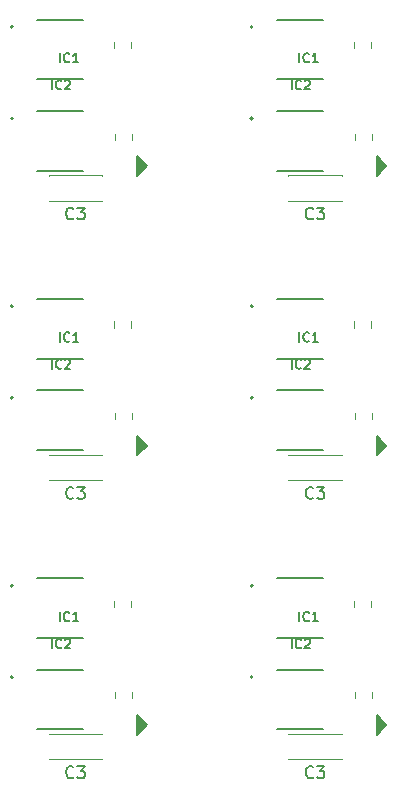
<source format=gbr>
%TF.GenerationSoftware,KiCad,Pcbnew,8.0.4*%
%TF.CreationDate,2024-09-15T23:07:02-03:00*%
%TF.ProjectId,panelized_TB67,70616e65-6c69-47a6-9564-5f544236372e,rev?*%
%TF.SameCoordinates,Original*%
%TF.FileFunction,Legend,Top*%
%TF.FilePolarity,Positive*%
%FSLAX46Y46*%
G04 Gerber Fmt 4.6, Leading zero omitted, Abs format (unit mm)*
G04 Created by KiCad (PCBNEW 8.0.4) date 2024-09-15 23:07:02*
%MOMM*%
%LPD*%
G01*
G04 APERTURE LIST*
%ADD10C,0.200000*%
%ADD11C,0.150000*%
%ADD12C,0.120000*%
%ADD13C,0.127000*%
G04 APERTURE END LIST*
D10*
X164725000Y-97800500D02*
X163900000Y-98625500D01*
X163900000Y-96975500D01*
X164725000Y-97800500D01*
G36*
X164725000Y-97800500D02*
G01*
X163900000Y-98625500D01*
X163900000Y-96975500D01*
X164725000Y-97800500D01*
G37*
X164725000Y-50500500D02*
X163900000Y-51325500D01*
X163900000Y-49675500D01*
X164725000Y-50500500D01*
G36*
X164725000Y-50500500D02*
G01*
X163900000Y-51325500D01*
X163900000Y-49675500D01*
X164725000Y-50500500D01*
G37*
X144425000Y-50500500D02*
X143600000Y-51325500D01*
X143600000Y-49675500D01*
X144425000Y-50500500D01*
G36*
X144425000Y-50500500D02*
G01*
X143600000Y-51325500D01*
X143600000Y-49675500D01*
X144425000Y-50500500D01*
G37*
X144425000Y-97800500D02*
X143600000Y-98625500D01*
X143600000Y-96975500D01*
X144425000Y-97800500D01*
G36*
X144425000Y-97800500D02*
G01*
X143600000Y-98625500D01*
X143600000Y-96975500D01*
X144425000Y-97800500D01*
G37*
X144425000Y-74150500D02*
X143600000Y-74975500D01*
X143600000Y-73325500D01*
X144425000Y-74150500D01*
G36*
X144425000Y-74150500D02*
G01*
X143600000Y-74975500D01*
X143600000Y-73325500D01*
X144425000Y-74150500D01*
G37*
X164725000Y-74150500D02*
X163900000Y-74975500D01*
X163900000Y-73325500D01*
X164725000Y-74150500D01*
G36*
X164725000Y-74150500D02*
G01*
X163900000Y-74975500D01*
X163900000Y-73325500D01*
X164725000Y-74150500D01*
G37*
D11*
X157371345Y-65356967D02*
X157371345Y-64569565D01*
X158196242Y-65281976D02*
X158158747Y-65319472D01*
X158158747Y-65319472D02*
X158046261Y-65356967D01*
X158046261Y-65356967D02*
X157971270Y-65356967D01*
X157971270Y-65356967D02*
X157858784Y-65319472D01*
X157858784Y-65319472D02*
X157783794Y-65244481D01*
X157783794Y-65244481D02*
X157746298Y-65169490D01*
X157746298Y-65169490D02*
X157708803Y-65019509D01*
X157708803Y-65019509D02*
X157708803Y-64907023D01*
X157708803Y-64907023D02*
X157746298Y-64757042D01*
X157746298Y-64757042D02*
X157783794Y-64682051D01*
X157783794Y-64682051D02*
X157858784Y-64607060D01*
X157858784Y-64607060D02*
X157971270Y-64569565D01*
X157971270Y-64569565D02*
X158046261Y-64569565D01*
X158046261Y-64569565D02*
X158158747Y-64607060D01*
X158158747Y-64607060D02*
X158196242Y-64644556D01*
X158946149Y-65356967D02*
X158496205Y-65356967D01*
X158721177Y-65356967D02*
X158721177Y-64569565D01*
X158721177Y-64569565D02*
X158646186Y-64682051D01*
X158646186Y-64682051D02*
X158571196Y-64757042D01*
X158571196Y-64757042D02*
X158496205Y-64794537D01*
X156701345Y-67646967D02*
X156701345Y-66859565D01*
X157526242Y-67571976D02*
X157488747Y-67609472D01*
X157488747Y-67609472D02*
X157376261Y-67646967D01*
X157376261Y-67646967D02*
X157301270Y-67646967D01*
X157301270Y-67646967D02*
X157188784Y-67609472D01*
X157188784Y-67609472D02*
X157113794Y-67534481D01*
X157113794Y-67534481D02*
X157076298Y-67459490D01*
X157076298Y-67459490D02*
X157038803Y-67309509D01*
X157038803Y-67309509D02*
X157038803Y-67197023D01*
X157038803Y-67197023D02*
X157076298Y-67047042D01*
X157076298Y-67047042D02*
X157113794Y-66972051D01*
X157113794Y-66972051D02*
X157188784Y-66897060D01*
X157188784Y-66897060D02*
X157301270Y-66859565D01*
X157301270Y-66859565D02*
X157376261Y-66859565D01*
X157376261Y-66859565D02*
X157488747Y-66897060D01*
X157488747Y-66897060D02*
X157526242Y-66934556D01*
X157826205Y-66934556D02*
X157863700Y-66897060D01*
X157863700Y-66897060D02*
X157938691Y-66859565D01*
X157938691Y-66859565D02*
X158126168Y-66859565D01*
X158126168Y-66859565D02*
X158201158Y-66897060D01*
X158201158Y-66897060D02*
X158238654Y-66934556D01*
X158238654Y-66934556D02*
X158276149Y-67009546D01*
X158276149Y-67009546D02*
X158276149Y-67084537D01*
X158276149Y-67084537D02*
X158238654Y-67197023D01*
X158238654Y-67197023D02*
X157788710Y-67646967D01*
X157788710Y-67646967D02*
X158276149Y-67646967D01*
X156701345Y-91296967D02*
X156701345Y-90509565D01*
X157526242Y-91221976D02*
X157488747Y-91259472D01*
X157488747Y-91259472D02*
X157376261Y-91296967D01*
X157376261Y-91296967D02*
X157301270Y-91296967D01*
X157301270Y-91296967D02*
X157188784Y-91259472D01*
X157188784Y-91259472D02*
X157113794Y-91184481D01*
X157113794Y-91184481D02*
X157076298Y-91109490D01*
X157076298Y-91109490D02*
X157038803Y-90959509D01*
X157038803Y-90959509D02*
X157038803Y-90847023D01*
X157038803Y-90847023D02*
X157076298Y-90697042D01*
X157076298Y-90697042D02*
X157113794Y-90622051D01*
X157113794Y-90622051D02*
X157188784Y-90547060D01*
X157188784Y-90547060D02*
X157301270Y-90509565D01*
X157301270Y-90509565D02*
X157376261Y-90509565D01*
X157376261Y-90509565D02*
X157488747Y-90547060D01*
X157488747Y-90547060D02*
X157526242Y-90584556D01*
X157826205Y-90584556D02*
X157863700Y-90547060D01*
X157863700Y-90547060D02*
X157938691Y-90509565D01*
X157938691Y-90509565D02*
X158126168Y-90509565D01*
X158126168Y-90509565D02*
X158201158Y-90547060D01*
X158201158Y-90547060D02*
X158238654Y-90584556D01*
X158238654Y-90584556D02*
X158276149Y-90659546D01*
X158276149Y-90659546D02*
X158276149Y-90734537D01*
X158276149Y-90734537D02*
X158238654Y-90847023D01*
X158238654Y-90847023D02*
X157788710Y-91296967D01*
X157788710Y-91296967D02*
X158276149Y-91296967D01*
X157371345Y-41706967D02*
X157371345Y-40919565D01*
X158196242Y-41631976D02*
X158158747Y-41669472D01*
X158158747Y-41669472D02*
X158046261Y-41706967D01*
X158046261Y-41706967D02*
X157971270Y-41706967D01*
X157971270Y-41706967D02*
X157858784Y-41669472D01*
X157858784Y-41669472D02*
X157783794Y-41594481D01*
X157783794Y-41594481D02*
X157746298Y-41519490D01*
X157746298Y-41519490D02*
X157708803Y-41369509D01*
X157708803Y-41369509D02*
X157708803Y-41257023D01*
X157708803Y-41257023D02*
X157746298Y-41107042D01*
X157746298Y-41107042D02*
X157783794Y-41032051D01*
X157783794Y-41032051D02*
X157858784Y-40957060D01*
X157858784Y-40957060D02*
X157971270Y-40919565D01*
X157971270Y-40919565D02*
X158046261Y-40919565D01*
X158046261Y-40919565D02*
X158158747Y-40957060D01*
X158158747Y-40957060D02*
X158196242Y-40994556D01*
X158946149Y-41706967D02*
X158496205Y-41706967D01*
X158721177Y-41706967D02*
X158721177Y-40919565D01*
X158721177Y-40919565D02*
X158646186Y-41032051D01*
X158646186Y-41032051D02*
X158571196Y-41107042D01*
X158571196Y-41107042D02*
X158496205Y-41144537D01*
X158533333Y-54910080D02*
X158485714Y-54957700D01*
X158485714Y-54957700D02*
X158342857Y-55005319D01*
X158342857Y-55005319D02*
X158247619Y-55005319D01*
X158247619Y-55005319D02*
X158104762Y-54957700D01*
X158104762Y-54957700D02*
X158009524Y-54862461D01*
X158009524Y-54862461D02*
X157961905Y-54767223D01*
X157961905Y-54767223D02*
X157914286Y-54576747D01*
X157914286Y-54576747D02*
X157914286Y-54433890D01*
X157914286Y-54433890D02*
X157961905Y-54243414D01*
X157961905Y-54243414D02*
X158009524Y-54148176D01*
X158009524Y-54148176D02*
X158104762Y-54052938D01*
X158104762Y-54052938D02*
X158247619Y-54005319D01*
X158247619Y-54005319D02*
X158342857Y-54005319D01*
X158342857Y-54005319D02*
X158485714Y-54052938D01*
X158485714Y-54052938D02*
X158533333Y-54100557D01*
X158866667Y-54005319D02*
X159485714Y-54005319D01*
X159485714Y-54005319D02*
X159152381Y-54386271D01*
X159152381Y-54386271D02*
X159295238Y-54386271D01*
X159295238Y-54386271D02*
X159390476Y-54433890D01*
X159390476Y-54433890D02*
X159438095Y-54481509D01*
X159438095Y-54481509D02*
X159485714Y-54576747D01*
X159485714Y-54576747D02*
X159485714Y-54814842D01*
X159485714Y-54814842D02*
X159438095Y-54910080D01*
X159438095Y-54910080D02*
X159390476Y-54957700D01*
X159390476Y-54957700D02*
X159295238Y-55005319D01*
X159295238Y-55005319D02*
X159009524Y-55005319D01*
X159009524Y-55005319D02*
X158914286Y-54957700D01*
X158914286Y-54957700D02*
X158866667Y-54910080D01*
X136401345Y-43996967D02*
X136401345Y-43209565D01*
X137226242Y-43921976D02*
X137188747Y-43959472D01*
X137188747Y-43959472D02*
X137076261Y-43996967D01*
X137076261Y-43996967D02*
X137001270Y-43996967D01*
X137001270Y-43996967D02*
X136888784Y-43959472D01*
X136888784Y-43959472D02*
X136813794Y-43884481D01*
X136813794Y-43884481D02*
X136776298Y-43809490D01*
X136776298Y-43809490D02*
X136738803Y-43659509D01*
X136738803Y-43659509D02*
X136738803Y-43547023D01*
X136738803Y-43547023D02*
X136776298Y-43397042D01*
X136776298Y-43397042D02*
X136813794Y-43322051D01*
X136813794Y-43322051D02*
X136888784Y-43247060D01*
X136888784Y-43247060D02*
X137001270Y-43209565D01*
X137001270Y-43209565D02*
X137076261Y-43209565D01*
X137076261Y-43209565D02*
X137188747Y-43247060D01*
X137188747Y-43247060D02*
X137226242Y-43284556D01*
X137526205Y-43284556D02*
X137563700Y-43247060D01*
X137563700Y-43247060D02*
X137638691Y-43209565D01*
X137638691Y-43209565D02*
X137826168Y-43209565D01*
X137826168Y-43209565D02*
X137901158Y-43247060D01*
X137901158Y-43247060D02*
X137938654Y-43284556D01*
X137938654Y-43284556D02*
X137976149Y-43359546D01*
X137976149Y-43359546D02*
X137976149Y-43434537D01*
X137976149Y-43434537D02*
X137938654Y-43547023D01*
X137938654Y-43547023D02*
X137488710Y-43996967D01*
X137488710Y-43996967D02*
X137976149Y-43996967D01*
X136401345Y-67646967D02*
X136401345Y-66859565D01*
X137226242Y-67571976D02*
X137188747Y-67609472D01*
X137188747Y-67609472D02*
X137076261Y-67646967D01*
X137076261Y-67646967D02*
X137001270Y-67646967D01*
X137001270Y-67646967D02*
X136888784Y-67609472D01*
X136888784Y-67609472D02*
X136813794Y-67534481D01*
X136813794Y-67534481D02*
X136776298Y-67459490D01*
X136776298Y-67459490D02*
X136738803Y-67309509D01*
X136738803Y-67309509D02*
X136738803Y-67197023D01*
X136738803Y-67197023D02*
X136776298Y-67047042D01*
X136776298Y-67047042D02*
X136813794Y-66972051D01*
X136813794Y-66972051D02*
X136888784Y-66897060D01*
X136888784Y-66897060D02*
X137001270Y-66859565D01*
X137001270Y-66859565D02*
X137076261Y-66859565D01*
X137076261Y-66859565D02*
X137188747Y-66897060D01*
X137188747Y-66897060D02*
X137226242Y-66934556D01*
X137526205Y-66934556D02*
X137563700Y-66897060D01*
X137563700Y-66897060D02*
X137638691Y-66859565D01*
X137638691Y-66859565D02*
X137826168Y-66859565D01*
X137826168Y-66859565D02*
X137901158Y-66897060D01*
X137901158Y-66897060D02*
X137938654Y-66934556D01*
X137938654Y-66934556D02*
X137976149Y-67009546D01*
X137976149Y-67009546D02*
X137976149Y-67084537D01*
X137976149Y-67084537D02*
X137938654Y-67197023D01*
X137938654Y-67197023D02*
X137488710Y-67646967D01*
X137488710Y-67646967D02*
X137976149Y-67646967D01*
X136401345Y-91296967D02*
X136401345Y-90509565D01*
X137226242Y-91221976D02*
X137188747Y-91259472D01*
X137188747Y-91259472D02*
X137076261Y-91296967D01*
X137076261Y-91296967D02*
X137001270Y-91296967D01*
X137001270Y-91296967D02*
X136888784Y-91259472D01*
X136888784Y-91259472D02*
X136813794Y-91184481D01*
X136813794Y-91184481D02*
X136776298Y-91109490D01*
X136776298Y-91109490D02*
X136738803Y-90959509D01*
X136738803Y-90959509D02*
X136738803Y-90847023D01*
X136738803Y-90847023D02*
X136776298Y-90697042D01*
X136776298Y-90697042D02*
X136813794Y-90622051D01*
X136813794Y-90622051D02*
X136888784Y-90547060D01*
X136888784Y-90547060D02*
X137001270Y-90509565D01*
X137001270Y-90509565D02*
X137076261Y-90509565D01*
X137076261Y-90509565D02*
X137188747Y-90547060D01*
X137188747Y-90547060D02*
X137226242Y-90584556D01*
X137526205Y-90584556D02*
X137563700Y-90547060D01*
X137563700Y-90547060D02*
X137638691Y-90509565D01*
X137638691Y-90509565D02*
X137826168Y-90509565D01*
X137826168Y-90509565D02*
X137901158Y-90547060D01*
X137901158Y-90547060D02*
X137938654Y-90584556D01*
X137938654Y-90584556D02*
X137976149Y-90659546D01*
X137976149Y-90659546D02*
X137976149Y-90734537D01*
X137976149Y-90734537D02*
X137938654Y-90847023D01*
X137938654Y-90847023D02*
X137488710Y-91296967D01*
X137488710Y-91296967D02*
X137976149Y-91296967D01*
X138233333Y-54910080D02*
X138185714Y-54957700D01*
X138185714Y-54957700D02*
X138042857Y-55005319D01*
X138042857Y-55005319D02*
X137947619Y-55005319D01*
X137947619Y-55005319D02*
X137804762Y-54957700D01*
X137804762Y-54957700D02*
X137709524Y-54862461D01*
X137709524Y-54862461D02*
X137661905Y-54767223D01*
X137661905Y-54767223D02*
X137614286Y-54576747D01*
X137614286Y-54576747D02*
X137614286Y-54433890D01*
X137614286Y-54433890D02*
X137661905Y-54243414D01*
X137661905Y-54243414D02*
X137709524Y-54148176D01*
X137709524Y-54148176D02*
X137804762Y-54052938D01*
X137804762Y-54052938D02*
X137947619Y-54005319D01*
X137947619Y-54005319D02*
X138042857Y-54005319D01*
X138042857Y-54005319D02*
X138185714Y-54052938D01*
X138185714Y-54052938D02*
X138233333Y-54100557D01*
X138566667Y-54005319D02*
X139185714Y-54005319D01*
X139185714Y-54005319D02*
X138852381Y-54386271D01*
X138852381Y-54386271D02*
X138995238Y-54386271D01*
X138995238Y-54386271D02*
X139090476Y-54433890D01*
X139090476Y-54433890D02*
X139138095Y-54481509D01*
X139138095Y-54481509D02*
X139185714Y-54576747D01*
X139185714Y-54576747D02*
X139185714Y-54814842D01*
X139185714Y-54814842D02*
X139138095Y-54910080D01*
X139138095Y-54910080D02*
X139090476Y-54957700D01*
X139090476Y-54957700D02*
X138995238Y-55005319D01*
X138995238Y-55005319D02*
X138709524Y-55005319D01*
X138709524Y-55005319D02*
X138614286Y-54957700D01*
X138614286Y-54957700D02*
X138566667Y-54910080D01*
X157371345Y-89006967D02*
X157371345Y-88219565D01*
X158196242Y-88931976D02*
X158158747Y-88969472D01*
X158158747Y-88969472D02*
X158046261Y-89006967D01*
X158046261Y-89006967D02*
X157971270Y-89006967D01*
X157971270Y-89006967D02*
X157858784Y-88969472D01*
X157858784Y-88969472D02*
X157783794Y-88894481D01*
X157783794Y-88894481D02*
X157746298Y-88819490D01*
X157746298Y-88819490D02*
X157708803Y-88669509D01*
X157708803Y-88669509D02*
X157708803Y-88557023D01*
X157708803Y-88557023D02*
X157746298Y-88407042D01*
X157746298Y-88407042D02*
X157783794Y-88332051D01*
X157783794Y-88332051D02*
X157858784Y-88257060D01*
X157858784Y-88257060D02*
X157971270Y-88219565D01*
X157971270Y-88219565D02*
X158046261Y-88219565D01*
X158046261Y-88219565D02*
X158158747Y-88257060D01*
X158158747Y-88257060D02*
X158196242Y-88294556D01*
X158946149Y-89006967D02*
X158496205Y-89006967D01*
X158721177Y-89006967D02*
X158721177Y-88219565D01*
X158721177Y-88219565D02*
X158646186Y-88332051D01*
X158646186Y-88332051D02*
X158571196Y-88407042D01*
X158571196Y-88407042D02*
X158496205Y-88444537D01*
X137071345Y-65356967D02*
X137071345Y-64569565D01*
X137896242Y-65281976D02*
X137858747Y-65319472D01*
X137858747Y-65319472D02*
X137746261Y-65356967D01*
X137746261Y-65356967D02*
X137671270Y-65356967D01*
X137671270Y-65356967D02*
X137558784Y-65319472D01*
X137558784Y-65319472D02*
X137483794Y-65244481D01*
X137483794Y-65244481D02*
X137446298Y-65169490D01*
X137446298Y-65169490D02*
X137408803Y-65019509D01*
X137408803Y-65019509D02*
X137408803Y-64907023D01*
X137408803Y-64907023D02*
X137446298Y-64757042D01*
X137446298Y-64757042D02*
X137483794Y-64682051D01*
X137483794Y-64682051D02*
X137558784Y-64607060D01*
X137558784Y-64607060D02*
X137671270Y-64569565D01*
X137671270Y-64569565D02*
X137746261Y-64569565D01*
X137746261Y-64569565D02*
X137858747Y-64607060D01*
X137858747Y-64607060D02*
X137896242Y-64644556D01*
X138646149Y-65356967D02*
X138196205Y-65356967D01*
X138421177Y-65356967D02*
X138421177Y-64569565D01*
X138421177Y-64569565D02*
X138346186Y-64682051D01*
X138346186Y-64682051D02*
X138271196Y-64757042D01*
X138271196Y-64757042D02*
X138196205Y-64794537D01*
X137071345Y-41706967D02*
X137071345Y-40919565D01*
X137896242Y-41631976D02*
X137858747Y-41669472D01*
X137858747Y-41669472D02*
X137746261Y-41706967D01*
X137746261Y-41706967D02*
X137671270Y-41706967D01*
X137671270Y-41706967D02*
X137558784Y-41669472D01*
X137558784Y-41669472D02*
X137483794Y-41594481D01*
X137483794Y-41594481D02*
X137446298Y-41519490D01*
X137446298Y-41519490D02*
X137408803Y-41369509D01*
X137408803Y-41369509D02*
X137408803Y-41257023D01*
X137408803Y-41257023D02*
X137446298Y-41107042D01*
X137446298Y-41107042D02*
X137483794Y-41032051D01*
X137483794Y-41032051D02*
X137558784Y-40957060D01*
X137558784Y-40957060D02*
X137671270Y-40919565D01*
X137671270Y-40919565D02*
X137746261Y-40919565D01*
X137746261Y-40919565D02*
X137858747Y-40957060D01*
X137858747Y-40957060D02*
X137896242Y-40994556D01*
X138646149Y-41706967D02*
X138196205Y-41706967D01*
X138421177Y-41706967D02*
X138421177Y-40919565D01*
X138421177Y-40919565D02*
X138346186Y-41032051D01*
X138346186Y-41032051D02*
X138271196Y-41107042D01*
X138271196Y-41107042D02*
X138196205Y-41144537D01*
X138233333Y-102210080D02*
X138185714Y-102257700D01*
X138185714Y-102257700D02*
X138042857Y-102305319D01*
X138042857Y-102305319D02*
X137947619Y-102305319D01*
X137947619Y-102305319D02*
X137804762Y-102257700D01*
X137804762Y-102257700D02*
X137709524Y-102162461D01*
X137709524Y-102162461D02*
X137661905Y-102067223D01*
X137661905Y-102067223D02*
X137614286Y-101876747D01*
X137614286Y-101876747D02*
X137614286Y-101733890D01*
X137614286Y-101733890D02*
X137661905Y-101543414D01*
X137661905Y-101543414D02*
X137709524Y-101448176D01*
X137709524Y-101448176D02*
X137804762Y-101352938D01*
X137804762Y-101352938D02*
X137947619Y-101305319D01*
X137947619Y-101305319D02*
X138042857Y-101305319D01*
X138042857Y-101305319D02*
X138185714Y-101352938D01*
X138185714Y-101352938D02*
X138233333Y-101400557D01*
X138566667Y-101305319D02*
X139185714Y-101305319D01*
X139185714Y-101305319D02*
X138852381Y-101686271D01*
X138852381Y-101686271D02*
X138995238Y-101686271D01*
X138995238Y-101686271D02*
X139090476Y-101733890D01*
X139090476Y-101733890D02*
X139138095Y-101781509D01*
X139138095Y-101781509D02*
X139185714Y-101876747D01*
X139185714Y-101876747D02*
X139185714Y-102114842D01*
X139185714Y-102114842D02*
X139138095Y-102210080D01*
X139138095Y-102210080D02*
X139090476Y-102257700D01*
X139090476Y-102257700D02*
X138995238Y-102305319D01*
X138995238Y-102305319D02*
X138709524Y-102305319D01*
X138709524Y-102305319D02*
X138614286Y-102257700D01*
X138614286Y-102257700D02*
X138566667Y-102210080D01*
X137071345Y-89006967D02*
X137071345Y-88219565D01*
X137896242Y-88931976D02*
X137858747Y-88969472D01*
X137858747Y-88969472D02*
X137746261Y-89006967D01*
X137746261Y-89006967D02*
X137671270Y-89006967D01*
X137671270Y-89006967D02*
X137558784Y-88969472D01*
X137558784Y-88969472D02*
X137483794Y-88894481D01*
X137483794Y-88894481D02*
X137446298Y-88819490D01*
X137446298Y-88819490D02*
X137408803Y-88669509D01*
X137408803Y-88669509D02*
X137408803Y-88557023D01*
X137408803Y-88557023D02*
X137446298Y-88407042D01*
X137446298Y-88407042D02*
X137483794Y-88332051D01*
X137483794Y-88332051D02*
X137558784Y-88257060D01*
X137558784Y-88257060D02*
X137671270Y-88219565D01*
X137671270Y-88219565D02*
X137746261Y-88219565D01*
X137746261Y-88219565D02*
X137858747Y-88257060D01*
X137858747Y-88257060D02*
X137896242Y-88294556D01*
X138646149Y-89006967D02*
X138196205Y-89006967D01*
X138421177Y-89006967D02*
X138421177Y-88219565D01*
X138421177Y-88219565D02*
X138346186Y-88332051D01*
X138346186Y-88332051D02*
X138271196Y-88407042D01*
X138271196Y-88407042D02*
X138196205Y-88444537D01*
X156701345Y-43996967D02*
X156701345Y-43209565D01*
X157526242Y-43921976D02*
X157488747Y-43959472D01*
X157488747Y-43959472D02*
X157376261Y-43996967D01*
X157376261Y-43996967D02*
X157301270Y-43996967D01*
X157301270Y-43996967D02*
X157188784Y-43959472D01*
X157188784Y-43959472D02*
X157113794Y-43884481D01*
X157113794Y-43884481D02*
X157076298Y-43809490D01*
X157076298Y-43809490D02*
X157038803Y-43659509D01*
X157038803Y-43659509D02*
X157038803Y-43547023D01*
X157038803Y-43547023D02*
X157076298Y-43397042D01*
X157076298Y-43397042D02*
X157113794Y-43322051D01*
X157113794Y-43322051D02*
X157188784Y-43247060D01*
X157188784Y-43247060D02*
X157301270Y-43209565D01*
X157301270Y-43209565D02*
X157376261Y-43209565D01*
X157376261Y-43209565D02*
X157488747Y-43247060D01*
X157488747Y-43247060D02*
X157526242Y-43284556D01*
X157826205Y-43284556D02*
X157863700Y-43247060D01*
X157863700Y-43247060D02*
X157938691Y-43209565D01*
X157938691Y-43209565D02*
X158126168Y-43209565D01*
X158126168Y-43209565D02*
X158201158Y-43247060D01*
X158201158Y-43247060D02*
X158238654Y-43284556D01*
X158238654Y-43284556D02*
X158276149Y-43359546D01*
X158276149Y-43359546D02*
X158276149Y-43434537D01*
X158276149Y-43434537D02*
X158238654Y-43547023D01*
X158238654Y-43547023D02*
X157788710Y-43996967D01*
X157788710Y-43996967D02*
X158276149Y-43996967D01*
X158533333Y-78560080D02*
X158485714Y-78607700D01*
X158485714Y-78607700D02*
X158342857Y-78655319D01*
X158342857Y-78655319D02*
X158247619Y-78655319D01*
X158247619Y-78655319D02*
X158104762Y-78607700D01*
X158104762Y-78607700D02*
X158009524Y-78512461D01*
X158009524Y-78512461D02*
X157961905Y-78417223D01*
X157961905Y-78417223D02*
X157914286Y-78226747D01*
X157914286Y-78226747D02*
X157914286Y-78083890D01*
X157914286Y-78083890D02*
X157961905Y-77893414D01*
X157961905Y-77893414D02*
X158009524Y-77798176D01*
X158009524Y-77798176D02*
X158104762Y-77702938D01*
X158104762Y-77702938D02*
X158247619Y-77655319D01*
X158247619Y-77655319D02*
X158342857Y-77655319D01*
X158342857Y-77655319D02*
X158485714Y-77702938D01*
X158485714Y-77702938D02*
X158533333Y-77750557D01*
X158866667Y-77655319D02*
X159485714Y-77655319D01*
X159485714Y-77655319D02*
X159152381Y-78036271D01*
X159152381Y-78036271D02*
X159295238Y-78036271D01*
X159295238Y-78036271D02*
X159390476Y-78083890D01*
X159390476Y-78083890D02*
X159438095Y-78131509D01*
X159438095Y-78131509D02*
X159485714Y-78226747D01*
X159485714Y-78226747D02*
X159485714Y-78464842D01*
X159485714Y-78464842D02*
X159438095Y-78560080D01*
X159438095Y-78560080D02*
X159390476Y-78607700D01*
X159390476Y-78607700D02*
X159295238Y-78655319D01*
X159295238Y-78655319D02*
X159009524Y-78655319D01*
X159009524Y-78655319D02*
X158914286Y-78607700D01*
X158914286Y-78607700D02*
X158866667Y-78560080D01*
X158533333Y-102210080D02*
X158485714Y-102257700D01*
X158485714Y-102257700D02*
X158342857Y-102305319D01*
X158342857Y-102305319D02*
X158247619Y-102305319D01*
X158247619Y-102305319D02*
X158104762Y-102257700D01*
X158104762Y-102257700D02*
X158009524Y-102162461D01*
X158009524Y-102162461D02*
X157961905Y-102067223D01*
X157961905Y-102067223D02*
X157914286Y-101876747D01*
X157914286Y-101876747D02*
X157914286Y-101733890D01*
X157914286Y-101733890D02*
X157961905Y-101543414D01*
X157961905Y-101543414D02*
X158009524Y-101448176D01*
X158009524Y-101448176D02*
X158104762Y-101352938D01*
X158104762Y-101352938D02*
X158247619Y-101305319D01*
X158247619Y-101305319D02*
X158342857Y-101305319D01*
X158342857Y-101305319D02*
X158485714Y-101352938D01*
X158485714Y-101352938D02*
X158533333Y-101400557D01*
X158866667Y-101305319D02*
X159485714Y-101305319D01*
X159485714Y-101305319D02*
X159152381Y-101686271D01*
X159152381Y-101686271D02*
X159295238Y-101686271D01*
X159295238Y-101686271D02*
X159390476Y-101733890D01*
X159390476Y-101733890D02*
X159438095Y-101781509D01*
X159438095Y-101781509D02*
X159485714Y-101876747D01*
X159485714Y-101876747D02*
X159485714Y-102114842D01*
X159485714Y-102114842D02*
X159438095Y-102210080D01*
X159438095Y-102210080D02*
X159390476Y-102257700D01*
X159390476Y-102257700D02*
X159295238Y-102305319D01*
X159295238Y-102305319D02*
X159009524Y-102305319D01*
X159009524Y-102305319D02*
X158914286Y-102257700D01*
X158914286Y-102257700D02*
X158866667Y-102210080D01*
X138233333Y-78560080D02*
X138185714Y-78607700D01*
X138185714Y-78607700D02*
X138042857Y-78655319D01*
X138042857Y-78655319D02*
X137947619Y-78655319D01*
X137947619Y-78655319D02*
X137804762Y-78607700D01*
X137804762Y-78607700D02*
X137709524Y-78512461D01*
X137709524Y-78512461D02*
X137661905Y-78417223D01*
X137661905Y-78417223D02*
X137614286Y-78226747D01*
X137614286Y-78226747D02*
X137614286Y-78083890D01*
X137614286Y-78083890D02*
X137661905Y-77893414D01*
X137661905Y-77893414D02*
X137709524Y-77798176D01*
X137709524Y-77798176D02*
X137804762Y-77702938D01*
X137804762Y-77702938D02*
X137947619Y-77655319D01*
X137947619Y-77655319D02*
X138042857Y-77655319D01*
X138042857Y-77655319D02*
X138185714Y-77702938D01*
X138185714Y-77702938D02*
X138233333Y-77750557D01*
X138566667Y-77655319D02*
X139185714Y-77655319D01*
X139185714Y-77655319D02*
X138852381Y-78036271D01*
X138852381Y-78036271D02*
X138995238Y-78036271D01*
X138995238Y-78036271D02*
X139090476Y-78083890D01*
X139090476Y-78083890D02*
X139138095Y-78131509D01*
X139138095Y-78131509D02*
X139185714Y-78226747D01*
X139185714Y-78226747D02*
X139185714Y-78464842D01*
X139185714Y-78464842D02*
X139138095Y-78560080D01*
X139138095Y-78560080D02*
X139090476Y-78607700D01*
X139090476Y-78607700D02*
X138995238Y-78655319D01*
X138995238Y-78655319D02*
X138709524Y-78655319D01*
X138709524Y-78655319D02*
X138614286Y-78607700D01*
X138614286Y-78607700D02*
X138566667Y-78560080D01*
D12*
%TO.C,C2*%
X141665000Y-64161752D02*
X141665000Y-63639248D01*
X143135000Y-64161752D02*
X143135000Y-63639248D01*
D13*
%TO.C,IC1*%
X155470000Y-69480500D02*
X159370000Y-69480500D01*
X155470000Y-74530500D02*
X159370000Y-74530500D01*
D10*
X153420000Y-70100500D02*
G75*
G02*
X153220000Y-70100500I-100000J0D01*
G01*
X153220000Y-70100500D02*
G75*
G02*
X153420000Y-70100500I100000J0D01*
G01*
D12*
%TO.C,C2*%
X161965000Y-64161752D02*
X161965000Y-63639248D01*
X163435000Y-64161752D02*
X163435000Y-63639248D01*
D13*
%TO.C,IC2*%
X155470000Y-61740500D02*
X159370000Y-61740500D01*
X155470000Y-66790500D02*
X159370000Y-66790500D01*
D10*
X153420000Y-62360500D02*
G75*
G02*
X153220000Y-62360500I-100000J0D01*
G01*
X153220000Y-62360500D02*
G75*
G02*
X153420000Y-62360500I100000J0D01*
G01*
D13*
X155470000Y-85390500D02*
X159370000Y-85390500D01*
X155470000Y-90440500D02*
X159370000Y-90440500D01*
D10*
X153420000Y-86010500D02*
G75*
G02*
X153220000Y-86010500I-100000J0D01*
G01*
X153220000Y-86010500D02*
G75*
G02*
X153420000Y-86010500I100000J0D01*
G01*
D13*
%TO.C,IC1*%
X155470000Y-45830500D02*
X159370000Y-45830500D01*
X155470000Y-50880500D02*
X159370000Y-50880500D01*
D10*
X153420000Y-46450500D02*
G75*
G02*
X153220000Y-46450500I-100000J0D01*
G01*
X153220000Y-46450500D02*
G75*
G02*
X153420000Y-46450500I100000J0D01*
G01*
D12*
%TO.C,C1*%
X141765000Y-95561752D02*
X141765000Y-95039248D01*
X143235000Y-95561752D02*
X143235000Y-95039248D01*
%TO.C,C2*%
X141665000Y-87811752D02*
X141665000Y-87289248D01*
X143135000Y-87811752D02*
X143135000Y-87289248D01*
%TO.C,C3*%
X156430000Y-51295500D02*
X156430000Y-51280500D01*
X156430000Y-53420500D02*
X156430000Y-53405500D01*
X160970000Y-51280500D02*
X156430000Y-51280500D01*
X160970000Y-51295500D02*
X160970000Y-51280500D01*
X160970000Y-53420500D02*
X156430000Y-53420500D01*
X160970000Y-53420500D02*
X160970000Y-53405500D01*
%TO.C,C1*%
X141765000Y-71911752D02*
X141765000Y-71389248D01*
X143235000Y-71911752D02*
X143235000Y-71389248D01*
D13*
%TO.C,IC2*%
X135170000Y-38090500D02*
X139070000Y-38090500D01*
X135170000Y-43140500D02*
X139070000Y-43140500D01*
D10*
X133120000Y-38710500D02*
G75*
G02*
X132920000Y-38710500I-100000J0D01*
G01*
X132920000Y-38710500D02*
G75*
G02*
X133120000Y-38710500I100000J0D01*
G01*
D13*
X135170000Y-61740500D02*
X139070000Y-61740500D01*
X135170000Y-66790500D02*
X139070000Y-66790500D01*
D10*
X133120000Y-62360500D02*
G75*
G02*
X132920000Y-62360500I-100000J0D01*
G01*
X132920000Y-62360500D02*
G75*
G02*
X133120000Y-62360500I100000J0D01*
G01*
D12*
%TO.C,C1*%
X162065000Y-71911752D02*
X162065000Y-71389248D01*
X163535000Y-71911752D02*
X163535000Y-71389248D01*
D13*
%TO.C,IC2*%
X135170000Y-85390500D02*
X139070000Y-85390500D01*
X135170000Y-90440500D02*
X139070000Y-90440500D01*
D10*
X133120000Y-86010500D02*
G75*
G02*
X132920000Y-86010500I-100000J0D01*
G01*
X132920000Y-86010500D02*
G75*
G02*
X133120000Y-86010500I100000J0D01*
G01*
D12*
%TO.C,C2*%
X161965000Y-87811752D02*
X161965000Y-87289248D01*
X163435000Y-87811752D02*
X163435000Y-87289248D01*
%TO.C,C3*%
X136130000Y-51295500D02*
X136130000Y-51280500D01*
X136130000Y-53420500D02*
X136130000Y-53405500D01*
X140670000Y-51280500D02*
X136130000Y-51280500D01*
X140670000Y-51295500D02*
X140670000Y-51280500D01*
X140670000Y-53420500D02*
X136130000Y-53420500D01*
X140670000Y-53420500D02*
X140670000Y-53405500D01*
%TO.C,C1*%
X162065000Y-48261752D02*
X162065000Y-47739248D01*
X163535000Y-48261752D02*
X163535000Y-47739248D01*
X162065000Y-95561752D02*
X162065000Y-95039248D01*
X163535000Y-95561752D02*
X163535000Y-95039248D01*
X141765000Y-48261752D02*
X141765000Y-47739248D01*
X143235000Y-48261752D02*
X143235000Y-47739248D01*
D13*
%TO.C,IC1*%
X155470000Y-93130500D02*
X159370000Y-93130500D01*
X155470000Y-98180500D02*
X159370000Y-98180500D01*
D10*
X153420000Y-93750500D02*
G75*
G02*
X153220000Y-93750500I-100000J0D01*
G01*
X153220000Y-93750500D02*
G75*
G02*
X153420000Y-93750500I100000J0D01*
G01*
D13*
X135170000Y-69480500D02*
X139070000Y-69480500D01*
X135170000Y-74530500D02*
X139070000Y-74530500D01*
D10*
X133120000Y-70100500D02*
G75*
G02*
X132920000Y-70100500I-100000J0D01*
G01*
X132920000Y-70100500D02*
G75*
G02*
X133120000Y-70100500I100000J0D01*
G01*
D13*
X135170000Y-45830500D02*
X139070000Y-45830500D01*
X135170000Y-50880500D02*
X139070000Y-50880500D01*
D10*
X133120000Y-46450500D02*
G75*
G02*
X132920000Y-46450500I-100000J0D01*
G01*
X132920000Y-46450500D02*
G75*
G02*
X133120000Y-46450500I100000J0D01*
G01*
D12*
%TO.C,C3*%
X136130000Y-98595500D02*
X136130000Y-98580500D01*
X136130000Y-100720500D02*
X136130000Y-100705500D01*
X140670000Y-98580500D02*
X136130000Y-98580500D01*
X140670000Y-98595500D02*
X140670000Y-98580500D01*
X140670000Y-100720500D02*
X136130000Y-100720500D01*
X140670000Y-100720500D02*
X140670000Y-100705500D01*
D13*
%TO.C,IC1*%
X135170000Y-93130500D02*
X139070000Y-93130500D01*
X135170000Y-98180500D02*
X139070000Y-98180500D01*
D10*
X133120000Y-93750500D02*
G75*
G02*
X132920000Y-93750500I-100000J0D01*
G01*
X132920000Y-93750500D02*
G75*
G02*
X133120000Y-93750500I100000J0D01*
G01*
D13*
%TO.C,IC2*%
X155470000Y-38090500D02*
X159370000Y-38090500D01*
X155470000Y-43140500D02*
X159370000Y-43140500D01*
D10*
X153420000Y-38710500D02*
G75*
G02*
X153220000Y-38710500I-100000J0D01*
G01*
X153220000Y-38710500D02*
G75*
G02*
X153420000Y-38710500I100000J0D01*
G01*
D12*
%TO.C,C3*%
X156430000Y-74945500D02*
X156430000Y-74930500D01*
X156430000Y-77070500D02*
X156430000Y-77055500D01*
X160970000Y-74930500D02*
X156430000Y-74930500D01*
X160970000Y-74945500D02*
X160970000Y-74930500D01*
X160970000Y-77070500D02*
X156430000Y-77070500D01*
X160970000Y-77070500D02*
X160970000Y-77055500D01*
%TO.C,C2*%
X161965000Y-40511752D02*
X161965000Y-39989248D01*
X163435000Y-40511752D02*
X163435000Y-39989248D01*
%TO.C,C3*%
X156430000Y-98595500D02*
X156430000Y-98580500D01*
X156430000Y-100720500D02*
X156430000Y-100705500D01*
X160970000Y-98580500D02*
X156430000Y-98580500D01*
X160970000Y-98595500D02*
X160970000Y-98580500D01*
X160970000Y-100720500D02*
X156430000Y-100720500D01*
X160970000Y-100720500D02*
X160970000Y-100705500D01*
%TO.C,C2*%
X141665000Y-40511752D02*
X141665000Y-39989248D01*
X143135000Y-40511752D02*
X143135000Y-39989248D01*
%TO.C,C3*%
X136130000Y-74945500D02*
X136130000Y-74930500D01*
X136130000Y-77070500D02*
X136130000Y-77055500D01*
X140670000Y-74930500D02*
X136130000Y-74930500D01*
X140670000Y-74945500D02*
X140670000Y-74930500D01*
X140670000Y-77070500D02*
X136130000Y-77070500D01*
X140670000Y-77070500D02*
X140670000Y-77055500D01*
%TD*%
M02*

</source>
